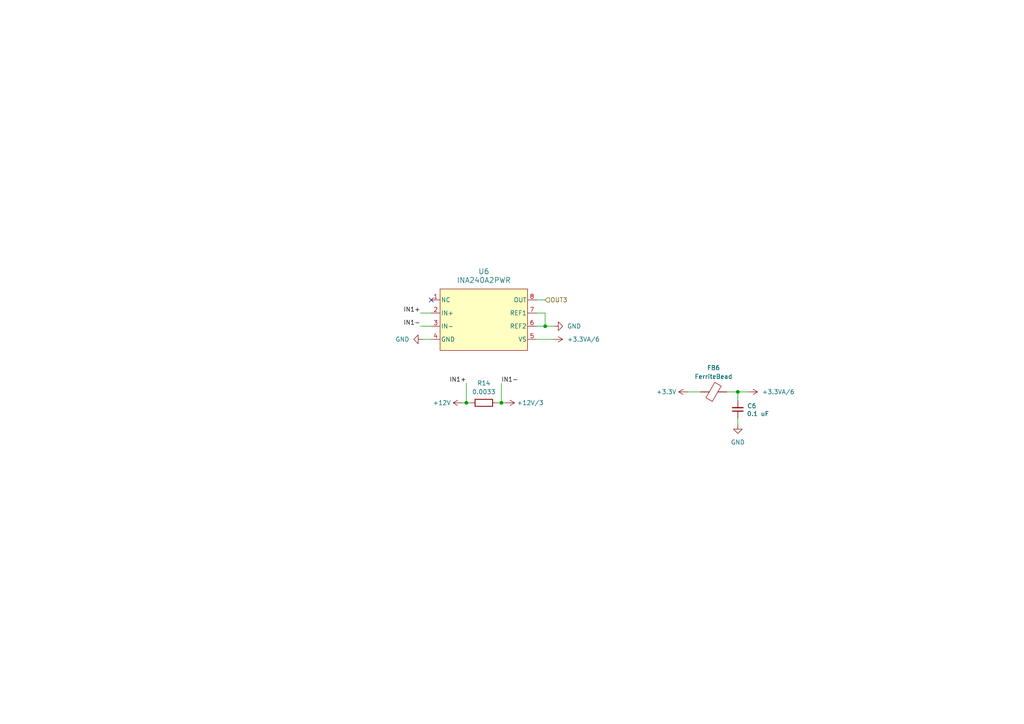
<source format=kicad_sch>
(kicad_sch (version 20231120) (generator "eeschema") (generator_version "8.0")
  (paper "A4")
  (lib_symbols
    (symbol "Device:C_Small" (pin_numbers hide) (pin_names (offset 0.254) hide)
      (property "Reference" "C" (at 0.254 1.778 0))
      (property "Value" "C_Small" (at 0.254 -2.032 0))
      (symbol "C_Small_0_1"
        (polyline (pts (xy -1.524 -0.508) (xy 1.524 -0.508)) (stroke (width 0.3302)))
        (polyline (pts (xy -1.524 0.508) (xy 1.524 0.508)) (stroke (width 0.3048)))
      )
      (symbol "C_Small_1_1"
        (pin passive line (at 0 2.54 270) (length 2.032) (name "~") (number "1"))
        (pin passive line (at 0 -2.54 90) (length 2.032) (name "~") (number "2"))
      )
    )
    (symbol "Device:FerriteBead" (pin_numbers hide) (pin_names (offset 0))
      (property "Reference" "FB" (at -3.81 0.635 90))
      (property "Value" "FerriteBead" (at 3.81 0 90))
      (symbol "FerriteBead_0_1"
        (polyline (pts (xy 0 -1.27) (xy 0 -1.2192)))
        (polyline (pts (xy 0 1.27) (xy 0 1.2954)))
        (polyline (pts (xy -2.7686 0.4064) (xy -1.7018 2.2606) (xy 2.7686 -0.3048) (xy 1.6764 -2.159) (xy -2.7686 0.4064)))
      )
      (symbol "FerriteBead_1_1"
        (pin passive line (at 0 3.81 270) (length 2.54) (name "~") (number "1"))
        (pin passive line (at 0 -3.81 90) (length 2.54) (name "~") (number "2"))
      )
    )
    (symbol "Device:R" (pin_numbers hide) (pin_names (offset 0))
      (property "Reference" "R" (at 2.032 0 90))
      (property "Value" "R" (at 0 0 90))
      (symbol "R_0_1"
        (rectangle (start -1.016 -2.54) (end 1.016 2.54) (stroke (width 0.254)))
      )
      (symbol "R_1_1"
        (pin passive line (at 0 3.81 270) (length 1.27) (name "~") (number "1"))
        (pin passive line (at 0 -3.81 90) (length 1.27) (name "~") (number "2"))
      )
    )
    (symbol "INA240A2PWR:INA240A2PWR" (pin_names (offset 0.254))
      (property "Reference" "U" (at 20.32 10.16 0))
      (property "Value" "INA240A2PWR" (at 20.32 7.62 0))
      (symbol "INA240A2PWR_1_1"
        (rectangle (start 7.62 5.08) (end 33.02 -12.7) (fill (type background)))
        (pin unspecified line (at 5.08 1.905 0) (length 2.54) (name "NC") (number "1"))
        (pin input line (at 5.08 -1.905 0) (length 2.54) (name "IN+") (number "2"))
        (pin input line (at 5.08 -5.715 0) (length 2.54) (name "IN-") (number "3"))
        (pin power_in line (at 5.08 -9.525 0) (length 2.54) (name "GND") (number "4"))
        (pin power_in line (at 35.56 -9.525 180) (length 2.54) (name "VS") (number "5"))
        (pin input line (at 35.56 -5.715 180) (length 2.54) (name "REF2") (number "6"))
        (pin input line (at 35.56 -1.905 180) (length 2.54) (name "REF1") (number "7"))
        (pin output line (at 35.56 1.905 180) (length 2.54) (name "OUT") (number "8"))
      )
    )
    (symbol "power:+12V" (power) (pin_numbers hide) (pin_names (offset 0) hide)
      (property "Value" "+12V" (at 0 3.556 0))
      (symbol "+12V_0_1"
        (polyline (pts (xy -0.762 1.27) (xy 0 2.54)))
        (polyline (pts (xy 0 0) (xy 0 2.54)))
        (polyline (pts (xy 0 2.54) (xy 0.762 1.27)))
      )
      (symbol "+12V_1_1"
        (pin power_in line (at 0 0 90) (length 0) (name "~") (number "1"))
      )
    )
    (symbol "power:+3.3V" (power) (pin_numbers hide) (pin_names (offset 0) hide)
      (property "Value" "+3.3V" (at 0 3.556 0))
      (symbol "+3.3V_0_1"
        (polyline (pts (xy -0.762 1.27) (xy 0 2.54)))
        (polyline (pts (xy 0 0) (xy 0 2.54)))
        (polyline (pts (xy 0 2.54) (xy 0.762 1.27)))
      )
      (symbol "+3.3V_1_1"
        (pin power_in line (at 0 0 90) (length 0) (name "~") (number "1"))
      )
    )
    (symbol "power:+48V" (power) (pin_numbers hide) (pin_names (offset 0) hide)
      (property "Value" "+48V" (at 0 3.556 0))
      (symbol "+48V_0_1"
        (polyline (pts (xy -0.762 1.27) (xy 0 2.54)))
        (polyline (pts (xy 0 0) (xy 0 2.54)))
        (polyline (pts (xy 0 2.54) (xy 0.762 1.27)))
      )
      (symbol "+48V_1_1"
        (pin power_in line (at 0 0 90) (length 0) (name "~") (number "1"))
      )
    )
    (symbol "power:GND" (power) (pin_numbers hide) (pin_names (offset 0) hide)
      (property "Value" "GND" (at 0 -3.81 0))
      (symbol "GND_0_1"
        (polyline (pts (xy 0 0) (xy 0 -1.27) (xy 1.27 -1.27) (xy 0 -2.54) (xy -1.27 -1.27) (xy 0 -1.27)))
      )
      (symbol "GND_1_1"
        (pin power_in line (at 0 0 270) (length 0) (name "~") (number "1"))
      )
    )
  )
  (junction (at 158.115 94.615))
  (junction (at 135.255 116.84))
  (junction (at 213.995 113.665))
  (junction (at 145.415 116.84))
  (no_connect (at 125.095 86.995))
  (wire (pts (xy 158.115 90.805) (xy 158.115 94.615)))
  (wire (pts (xy 155.575 90.805) (xy 158.115 90.805)))
  (wire (pts (xy 122.555 98.425) (xy 125.095 98.425)))
  (wire (pts (xy 144.145 116.84) (xy 145.415 116.84)))
  (wire (pts (xy 158.115 94.615) (xy 160.655 94.615)))
  (wire (pts (xy 121.92 90.805) (xy 125.095 90.805)))
  (wire (pts (xy 145.415 111.125) (xy 145.415 116.84)))
  (wire (pts (xy 155.575 94.615) (xy 158.115 94.615)))
  (wire (pts (xy 155.575 98.425) (xy 160.655 98.425)))
  (wire (pts (xy 135.255 116.84) (xy 136.525 116.84)))
  (wire (pts (xy 145.415 116.84) (xy 146.685 116.84)))
  (wire (pts (xy 135.255 111.125) (xy 135.255 116.84)))
  (wire (pts (xy 121.92 94.615) (xy 125.095 94.615)))
  (wire (pts (xy 213.995 113.665) (xy 217.17 113.665)))
  (wire (pts (xy 199.39 113.665) (xy 203.2 113.665)))
  (wire (pts (xy 213.995 116.205) (xy 213.995 113.665)))
  (wire (pts (xy 133.985 116.84) (xy 135.255 116.84)))
  (wire (pts (xy 213.995 121.285) (xy 213.995 123.19)))
  (wire (pts (xy 155.575 86.995) (xy 158.115 86.995)))
  (wire (pts (xy 213.995 113.665) (xy 210.82 113.665)))
  (label "IN1+" (at 135.255 111.125 180))
  (label "IN1-" (at 145.415 111.125 0))
  (label "IN1+" (at 121.92 90.805 180))
  (label "IN1-" (at 121.92 94.615 180))
  (hierarchical_label "OUT3" (shape input) (at 158.115 86.995 0))
  (symbol (lib_id "INA240A2PWR:INA240A2PWR") (at 120.015 88.9 0) (unit 1)
    (property "Reference" "U6" (at 140.335 78.74 0) (effects (font (size 1.524 1.524))))
    (property "Value" "INA240A2PWR" (at 140.335 81.28 0) (effects (font (size 1.524 1.524))))
    (property "Footprint" "INA240A2PWR:PW0008A_M" (effects (hide yes)))
    (property "Datasheet" "https://www.ti.com/lit/gpn/ina240" (effects (hide yes)))
    (property "Description" "IC CURR SENSE 1 CIRCUIT 8TSSOP" (effects (hide yes)))
    (property "Mfr." "Texas Instruments" (effects (hide yes)))
    (property "Part #" "INA240A2PWR" (effects (hide yes)))
    (property "Price" "$2.426" (effects (hide yes)))
    (property "Order Link" "https://www.digikey.com/en/products/detail/texas-instruments/INA240A2PWR/6562018" (effects (hide yes)))
  )
  (symbol (lib_id "power:GND") (at 122.555 98.425 270) (unit 1)
    (property "Reference" "#PWR053" (effects (hide yes)))
    (property "Value" "GND" (at 118.745 98.4249 90) (effects (justify right)))
    (property "Description" "Power symbol creates a global label with name \"GND\" , ground" (effects (hide yes)))
  )
  (symbol (lib_id "Device:C_Small") (at 213.995 118.745 180) (unit 1)
    (property "Reference" "C6" (at 218.059 117.729 0))
    (property "Value" "0.1 uF" (at 219.837 120.015 0))
    (property "Footprint" "0805 Ceramic Capacitor:CAPC2012X140N" (effects (hide yes)))
    (property "Datasheet" "https://content.kemet.com/datasheets/KEM_C1023_X7R_AUTO_SMD.pdf" (effects (hide yes)))
    (property "Description" "0.1 uF 0805 Ceramic Capacitor - Automotive, Bypass, Decoupling" (effects (hide yes)))
    (property "Mfr." "KEMET" (effects (hide yes)))
    (property "Part #" "C0805C104J5RACAUTO" (effects (hide yes)))
    (property "Price" "$0.109" (effects (hide yes)))
    (property "Order Link" "https://www.digikey.com/en/products/detail/kemet/C0805C104J5RACAUTO/3314919" (effects (hide yes)))
  )
  (symbol (lib_id "power:GND") (at 160.655 94.615 90) (unit 1)
    (property "Reference" "#PWR066" (effects (hide yes)))
    (property "Value" "GND" (at 164.465 94.6149 90) (effects (justify right)))
    (property "Description" "Power symbol creates a global label with name \"GND\" , ground" (effects (hide yes)))
  )
  (symbol (lib_id "power:GND") (at 213.995 123.19 0) (unit 1)
    (property "Reference" "#PWR0125" (effects (hide yes)))
    (property "Value" "GND" (at 213.995 128.27 0))
    (property "Description" "Power symbol creates a global label with name \"GND\" , ground" (effects (hide yes)))
  )
  (symbol (lib_id "Device:FerriteBead") (at 207.01 113.665 90) (unit 1)
    (property "Reference" "FB6" (at 206.9592 106.68 90))
    (property "Value" "FerriteBead" (at 206.9592 109.22 90))
    (property "Footprint" "MPZ2012S102ATD25:BEADC2012X105N" (effects (hide yes)))
    (property "Datasheet" "https://product.tdk.com/en/system/files/dam/doc/product/emc/emc/beads/catalog/beads_automotive_power_mpz2012_en.pdf" (effects (hide yes)))
    (property "Description" "FERRITE BEAD 1 KOHM 0805 1LN" (effects (hide yes)))
    (property "Mfr." "TDK Corporation" (effects (hide yes)))
    (property "Part #" "MPZ2012S102ATD25" (effects (hide yes)))
    (property "Price" "$0.084" (effects (hide yes)))
    (property "Order Link" "https://www.digikey.com/en/products/detail/tdk-corporation/MPZ2012S102ATD25/5040327" (effects (hide yes)))
  )
  (symbol (lib_id "power:+12V") (at 146.685 116.84 270) (unit 1)
    (property "Reference" "#PWR065" (effects (hide yes)))
    (property "Value" "+12V/3" (at 153.797 116.84 90))
    (property "Description" "Power symbol creates a global label with name \"+12V\"" (effects (hide yes)))
  )
  (symbol (lib_id "power:+3.3V") (at 217.17 113.665 270) (unit 1)
    (property "Reference" "#PWR0126" (effects (hide yes)))
    (property "Value" "+3.3VA/6" (at 220.98 113.6649 90) (effects (justify left)))
    (property "Description" "Power symbol creates a global label with name \"+3.3V\"" (effects (hide yes)))
  )
  (symbol (lib_id "Device:R") (at 140.335 116.84 90) (unit 1)
    (property "Reference" "R14" (at 140.335 111.125 90))
    (property "Value" "0.0033" (at 140.335 113.665 90))
    (property "Footprint" "WSLP25123L300DEA:RES_VISHAY_WSLP2512_A_VIS" (effects (hide yes)))
    (property "Datasheet" "https://www.vishay.com/docs/30122/wslp.pdf" (effects (hide yes)))
    (property "Description" "RES 0.0033 OHM 0.5% 3W 2512" (effects (hide yes)))
    (property "Mfr." "Vishay Dale" (effects (hide yes)))
    (property "Part #" "WSLP25123L300DEA" (effects (hide yes)))
    (property "Price" "$2.767" (effects (hide yes)))
    (property "Order Link" "https://www.digikey.com/en/products/detail/vishay-dale/WSLP25123L300DEA/9755540" (effects (hide yes)))
  )
  (symbol (lib_id "power:+48V") (at 133.985 116.84 90) (unit 1)
    (property "Reference" "#PWR054" (effects (hide yes)))
    (property "Value" "+12V" (at 130.81 116.8399 90) (effects (justify left)))
    (property "Description" "Power symbol creates a global label with name \"+48V\"" (effects (hide yes)))
  )
  (symbol (lib_id "power:+3.3V") (at 160.655 98.425 270) (unit 1)
    (property "Reference" "#PWR067" (effects (hide yes)))
    (property "Value" "+3.3VA/6" (at 164.465 98.4249 90) (effects (justify left)))
    (property "Description" "Power symbol creates a global label with name \"+3.3V\"" (effects (hide yes)))
  )
  (symbol (lib_id "power:+3.3V") (at 199.39 113.665 90) (unit 1)
    (property "Reference" "#PWR0124" (effects (hide yes)))
    (property "Value" "+3.3V" (at 196.215 113.6649 90) (effects (justify left)))
    (property "Description" "Power symbol creates a global label with name \"+3.3V\"" (effects (hide yes)))
  )
)
</source>
